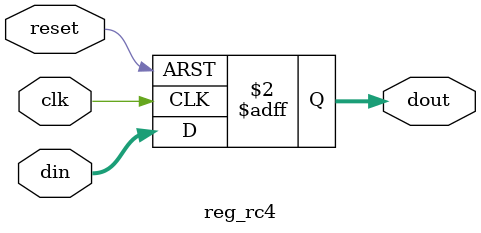
<source format=v>
`timescale 1ns / 1ps


module reg_rc4(din,
dout,clk,reset
    );
    input [3:0] din;
    output reg[3:0] dout;
    input clk,reset;
    
    always @ (posedge clk or posedge reset)
     begin
         if (reset)
          dout<=4'b0000;
         else
         dout<= din;
    end
    
endmodule

</source>
